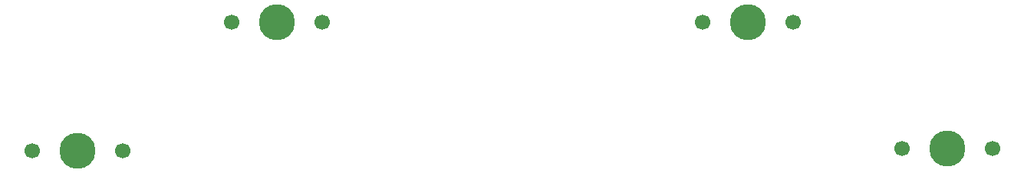
<source format=gbr>
%TF.GenerationSoftware,KiCad,Pcbnew,(6.0.9)*%
%TF.CreationDate,2023-06-09T10:32:01+10:00*%
%TF.ProjectId,Joysticks2.0,4a6f7973-7469-4636-9b73-322e302e6b69,rev?*%
%TF.SameCoordinates,PX3d09000PY568bc30*%
%TF.FileFunction,NonPlated,1,2,NPTH,Drill*%
%TF.FilePolarity,Positive*%
%FSLAX46Y46*%
G04 Gerber Fmt 4.6, Leading zero omitted, Abs format (unit mm)*
G04 Created by KiCad (PCBNEW (6.0.9)) date 2023-06-09 10:32:01*
%MOMM*%
%LPD*%
G01*
G04 APERTURE LIST*
%TA.AperFunction,ComponentDrill*%
%ADD10C,1.700000*%
%TD*%
%TA.AperFunction,ComponentDrill*%
%ADD11C,3.987800*%
%TD*%
G04 APERTURE END LIST*
D10*
%TO.C,U3*%
X-17000000Y-3500000D03*
X-7000000Y-3500000D03*
%TO.C,U5*%
X5000000Y10750000D03*
X15000000Y10750000D03*
%TO.C,U2*%
X57000000Y10750000D03*
X67000000Y10750000D03*
%TO.C,U4*%
X79000000Y-3250000D03*
X89000000Y-3250000D03*
D11*
%TO.C,U3*%
X-12000000Y-3500000D03*
%TO.C,U5*%
X10000000Y10750000D03*
%TO.C,U2*%
X62000000Y10750000D03*
%TO.C,U4*%
X84000000Y-3250000D03*
M02*

</source>
